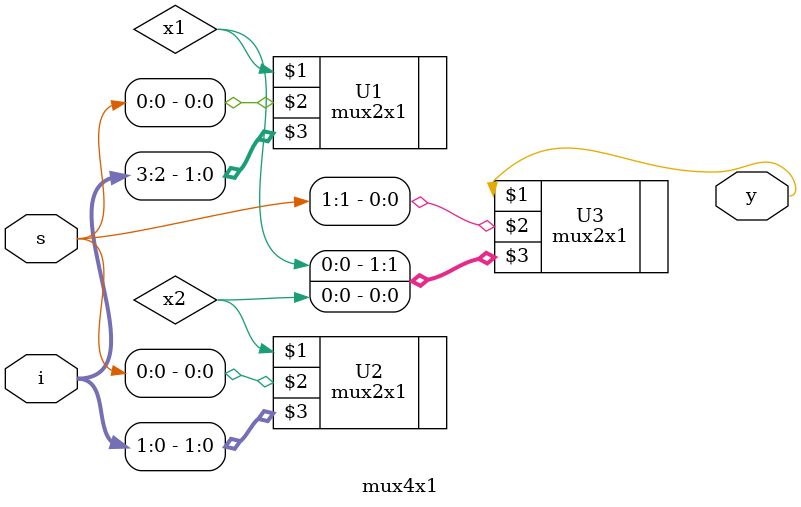
<source format=sv>
module mux4x1(y, s, i);
input [3:0] i;
input [1:0] s;
output y;

// Built using 2x1 muxes
mux2x1 U1 (x1, s[0], i[3:2]);
mux2x1 U2 (x2, s[0], i[1:0]);
mux2x1 U3 (y,  s[1], {x1, x2});

endmodule
</source>
